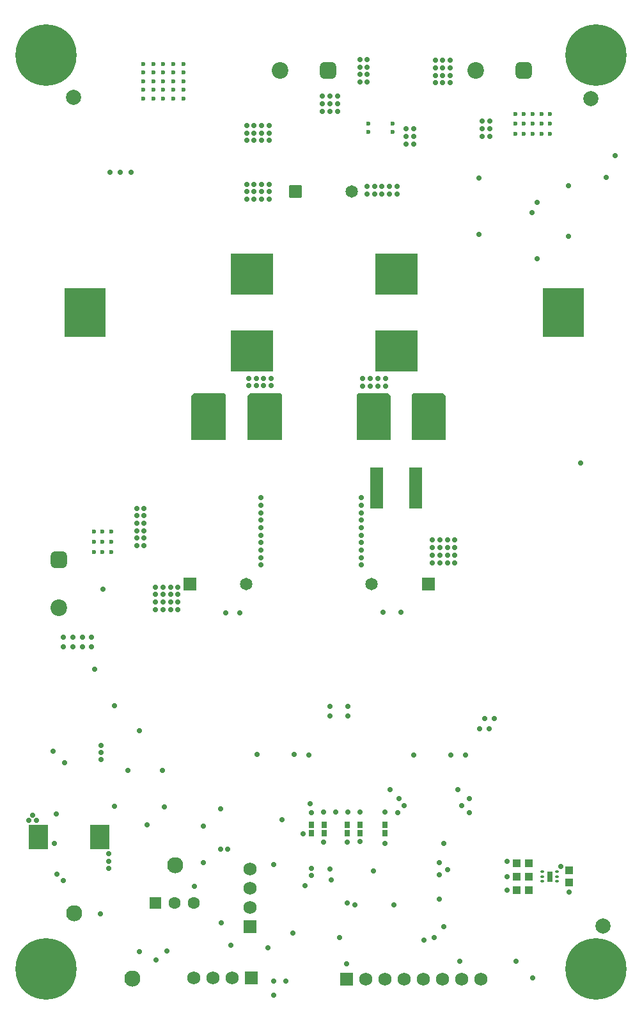
<source format=gts>
G04 This is an RS-274x file exported by *
G04 gerbv version 2.8.0-rc.1~d7f42a *
G04 More information is available about gerbv at *
G04 https://gerbv.github.io/ *
G04 --End of header info--*
%MOIN*%
%FSLAX36Y36*%
%IPPOS*%
G04 --Define apertures--*
%ADD10C,0.0080*%
%ADD11C,0.0060*%
%ADD12C,0.0100*%
%ADD13C,0.0787*%
%ADD14O,0.0236X0.0138*%
%ADD15R,0.0295X0.0571*%
%ADD16R,0.0433X0.0413*%
%ADD17R,0.2240X0.2138*%
%ADD18R,0.2118X0.2539*%
%ADD19R,0.1024X0.1299*%
%ADD20R,0.0276X0.0354*%
%ADD21R,0.0413X0.0433*%
%ADD22R,0.0669X0.2126*%
%ADD23R,0.0650X0.0650*%
%ADD24C,0.0650*%
%ADD25C,0.0866*%
%AMMACRO26*
21,1,0.086610,0.041340,0.000000,0.000000,180.000000*
21,1,0.041340,0.086610,0.000000,0.000000,180.000000*
1,1,0.045280,-0.020670,0.020670*
1,1,0.045280,0.020670,0.020670*
1,1,0.045280,0.020670,-0.020670*
1,1,0.045280,-0.020670,-0.020670*
%
%ADD26MACRO26*%
%AMMACRO27*
21,1,0.086610,0.041340,0.000000,0.000000,270.000000*
21,1,0.041340,0.086610,0.000000,0.000000,270.000000*
1,1,0.045280,-0.020670,-0.020670*
1,1,0.045280,-0.020670,0.020670*
1,1,0.045280,0.020670,0.020670*
1,1,0.045280,0.020670,-0.020670*
%
%ADD27MACRO27*%
%ADD28R,0.0689X0.0689*%
%ADD29C,0.0689*%
%ADD30R,0.0630X0.0630*%
%ADD31C,0.0630*%
%ADD32R,0.0689X0.0689*%
%AMMACRO33*
21,1,0.064960,0.057360,0.000000,0.000000,0.000000*
21,1,0.057360,0.064960,0.000000,0.000000,0.000000*
1,1,0.007600,0.028680,-0.028680*
1,1,0.007600,-0.028680,-0.028680*
1,1,0.007600,-0.028680,0.028680*
1,1,0.007600,0.028680,0.028680*
%
%ADD33MACRO33*%
%ADD34C,0.3189*%
%ADD35C,0.0839*%
%ADD36C,0.0279*%
%ADD37C,0.0236*%
G04 --Start main section--*
G36*
G01X2328150Y5124090D02*
G01X2328150Y4890090D01*
G01X2327150Y4889090D01*
G01X2152150Y4889090D01*
G01X2150150Y4891090D01*
G01X2150150Y5117090D01*
G01X2165150Y5132090D01*
G01X2320150Y5132090D01*
G01X2328150Y5124090D01*
G37*
G36*
G01X2328150Y5124090D02*
G37*
G36*
G01X2622190Y5124000D02*
G01X2622190Y4890000D01*
G01X2621190Y4889000D01*
G01X2446190Y4889000D01*
G01X2444190Y4891000D01*
G01X2444190Y5117000D01*
G01X2459190Y5132000D01*
G01X2614190Y5132000D01*
G01X2622190Y5124000D01*
G37*
G36*
G01X2622190Y5124000D02*
G37*
G36*
G01X3190770Y5117070D02*
G01X3190770Y4891070D01*
G01X3188770Y4889070D01*
G01X3013770Y4889070D01*
G01X3012770Y4890070D01*
G01X3012770Y5124070D01*
G01X3020770Y5132070D01*
G01X3175770Y5132070D01*
G01X3190770Y5117070D01*
G37*
G36*
G01X3190770Y5117070D02*
G37*
G36*
G01X3477730Y5117160D02*
G01X3477730Y4891160D01*
G01X3475730Y4889160D01*
G01X3300730Y4889160D01*
G01X3299730Y4890160D01*
G01X3299730Y5124160D01*
G01X3307730Y5132160D01*
G01X3462730Y5132160D01*
G01X3477730Y5117160D01*
G37*
G36*
G01X3477730Y5117160D02*
G37*
G54D13*
G01X1536190Y6670000D03*
G01X4232190Y6664000D03*
G01X4297190Y2359000D03*
G54D14*
G01X4056090Y2589410D03*
G01X4056090Y2615000D03*
G01X4056090Y2640790D03*
G01X3981290Y2589410D03*
G01X3981290Y2615000D03*
G01X3981290Y2640590D03*
G54D15*
G01X4018690Y2615000D03*
G54D16*
G01X3910190Y2615000D03*
G01X3847200Y2615000D03*
G01X3910190Y2545000D03*
G01X3847200Y2545000D03*
G01X3910190Y2685000D03*
G01X3847200Y2685000D03*
G54D17*
G01X3219700Y5750800D03*
G01X3219700Y5351200D03*
G01X2466680Y5351200D03*
G01X2466680Y5750800D03*
G54D18*
G01X4088800Y5551000D03*
G01X1597580Y5551000D03*
G54D19*
G01X1671590Y2821000D03*
G01X1352690Y2821000D03*
G54D20*
G01X3029920Y2840840D03*
G01X3029920Y2884150D03*
G01X2962920Y2839840D03*
G01X2962920Y2883150D03*
G01X2842190Y2840350D03*
G01X2842190Y2883650D03*
G01X2777690Y2839350D03*
G01X2777690Y2882650D03*
G01X3159420Y2840840D03*
G01X3159420Y2884150D03*
G54D21*
G01X4118690Y2583500D03*
G01X4118690Y2646500D03*
G54D22*
G01X3114830Y4639000D03*
G01X3319550Y4639000D03*
G54D23*
G01X3384830Y4139000D03*
G01X2141910Y4139000D03*
G54D24*
G01X3089550Y4139000D03*
G01X2437190Y4139000D03*
G01X2986830Y6180000D03*
G54D25*
G01X3633190Y6812000D03*
G01X1461190Y4015000D03*
G01X2614190Y6812000D03*
G54D26*
G01X3883190Y6812000D03*
G01X2864190Y6812000D03*
G54D27*
G01X1461190Y4265000D03*
G54D28*
G01X2463190Y2087000D03*
G01X2961190Y2081000D03*
G54D29*
G01X2363190Y2087000D03*
G01X2263190Y2087000D03*
G01X2163190Y2087000D03*
G01X2456190Y2455000D03*
G01X2456190Y2555000D03*
G01X2456190Y2655000D03*
G01X3261190Y2081000D03*
G01X3161190Y2081000D03*
G01X3061190Y2081000D03*
G01X3361190Y2081000D03*
G01X3461190Y2081000D03*
G01X3561190Y2081000D03*
G01X3661190Y2081000D03*
G54D30*
G01X1964140Y2478000D03*
G54D31*
G01X2064140Y2478000D03*
G01X2164140Y2478000D03*
G54D32*
G01X2456190Y2355000D03*
G54D33*
G01X2691550Y6180000D03*
G54D34*
G01X1392190Y2134000D03*
G01X1392190Y6892110D03*
G01X4260540Y6892110D03*
G01X4260540Y2134000D03*
G54D35*
G01X1540000Y2423000D03*
G01X2065190Y2674000D03*
G01X1842000Y2083000D03*
G54D36*
G01X2355190Y2256000D03*
G01X2550190Y2245000D03*
G01X2307190Y2375000D03*
G01X2167190Y2565000D03*
G01X2212190Y2689000D03*
G01X2212190Y2879000D03*
G01X2302190Y2969000D03*
G01X3501190Y6824000D03*
G01X3501190Y6746000D03*
G01X3501190Y6785000D03*
G01X3501190Y6864000D03*
G01X3422190Y6864000D03*
G01X3461190Y6864000D03*
G01X3067190Y6866000D03*
G01X3028190Y6866000D03*
G01X2912190Y6677000D03*
G01X2873190Y6677000D03*
G01X2834190Y6677000D03*
G01X1725690Y6282500D03*
G01X1835690Y6282500D03*
G01X1780690Y6282500D03*
G01X3702500Y3384310D03*
G01X1428190Y3269000D03*
G01X1489330Y3207860D03*
G01X3797690Y2615000D03*
G01X3486490Y2651300D03*
G01X3186190Y3066000D03*
G01X2966190Y3452000D03*
G01X2966190Y3502000D03*
G01X3538190Y3066000D03*
G01X2340190Y2759000D03*
G01X2303190Y2759000D03*
G01X1998190Y3166000D03*
G01X3797680Y2694000D03*
G01X3561190Y2985000D03*
G01X3601190Y3021000D03*
G01X3598190Y2948000D03*
G01X2873190Y3452000D03*
G01X2581190Y1998000D03*
G01X3931190Y2086000D03*
G01X3844190Y2173000D03*
G01X2960650Y2162460D03*
G01X1918190Y2885000D03*
G01X2009190Y2976000D03*
G01X1819190Y3166000D03*
G01X2873190Y3502000D03*
G01X1750190Y3505000D03*
G01X2644140Y2070040D03*
G01X2680050Y2319860D03*
G01X4360190Y6367000D03*
G01X4116190Y6210000D03*
G01X4115190Y5948000D03*
G01X3652500Y3384310D03*
G01X3681190Y3438000D03*
G01X3232190Y3020000D03*
G01X2771190Y2995000D03*
G01X2902920Y2952270D03*
G01X3226190Y2948000D03*
G01X3260190Y2985000D03*
G01X2879830Y2596000D03*
G01X4180190Y4766000D03*
G01X3443190Y2688000D03*
G01X3444190Y2498000D03*
G01X3443190Y2624000D03*
G01X3797690Y2545000D03*
G01X1680140Y3224000D03*
G01X1680140Y3261000D03*
G01X1680140Y3298000D03*
G01X3144190Y6207000D03*
G01X3144190Y6168000D03*
G01X3105190Y6168000D03*
G01X3105190Y6207000D03*
G01X3066190Y6207000D03*
G01X3066190Y6168000D03*
G01X3036190Y4314000D03*
G01X3036190Y4353000D03*
G01X3036190Y4275000D03*
G01X3036190Y4236000D03*
G01X3036190Y4392000D03*
G01X3036190Y4470000D03*
G01X3036190Y4431000D03*
G01X3036190Y4509000D03*
G01X3036190Y4587000D03*
G01X3036190Y4548000D03*
G01X2514190Y4548000D03*
G01X2514190Y4587000D03*
G01X2514190Y4509000D03*
G01X2514190Y4431000D03*
G01X2514190Y4470000D03*
G01X2514190Y4392000D03*
G01X2514190Y4236000D03*
G01X2514190Y4275000D03*
G01X2514190Y4353000D03*
G01X2514190Y4314000D03*
G01X3271190Y6468000D03*
G01X3271190Y6507000D03*
G01X3422190Y6746000D03*
G01X3422190Y6785000D03*
G01X3461190Y6785000D03*
G01X3461190Y6746000D03*
G01X3461190Y6824000D03*
G01X3422190Y6824000D03*
G01X3028190Y6751000D03*
G01X3028190Y6790000D03*
G01X3067190Y6790000D03*
G01X3067190Y6751000D03*
G01X3067190Y6829000D03*
G01X3028190Y6829000D03*
G01X2834190Y6638000D03*
G01X2873190Y6638000D03*
G01X2873190Y6599000D03*
G01X2834190Y6599000D03*
G01X2912190Y6599000D03*
G01X2912190Y6638000D03*
G01X3159920Y2949500D03*
G01X3028920Y2949500D03*
G01X2964920Y2949500D03*
G01X2840190Y2949500D03*
G01X2775190Y2949000D03*
G01X2624190Y2912000D03*
G01X2733190Y2837000D03*
G01X2840190Y2795000D03*
G01X2963190Y2795000D03*
G01X3160190Y2786000D03*
G01X3028190Y2796000D03*
G01X2873650Y2655460D03*
G01X3101190Y2643000D03*
G01X2742190Y2568000D03*
G01X3415190Y2297000D03*
G01X3466190Y2355000D03*
G01X3550190Y2173000D03*
G01X2581150Y2070040D03*
G01X3926180Y6069500D03*
G01X3954190Y5830230D03*
G01X3650190Y5957230D03*
G01X3954190Y6124000D03*
G01X3650190Y6251000D03*
G01X1879190Y3375000D03*
G01X4075690Y2669000D03*
G01X4118690Y2533000D03*
G01X1690190Y4112000D03*
G01X1447140Y2941000D03*
G01X1435140Y2788000D03*
G01X1484070Y2594070D03*
G01X1450130Y2628490D03*
G01X1324140Y2934000D03*
G01X1304140Y2906000D03*
G01X1342140Y2906000D03*
G01X1749140Y2982000D03*
G01X1718140Y2657000D03*
G01X1718140Y2695000D03*
G01X1718140Y2733000D03*
G01X2022140Y2228000D03*
G01X1965140Y2181210D03*
G01X1880120Y2223340D03*
G01X1677300Y2421160D03*
G01X2581190Y2676000D03*
G01X3524190Y4366000D03*
G01X3524190Y4327000D03*
G01X3485190Y4327000D03*
G01X3485190Y4366000D03*
G01X3485190Y4288000D03*
G01X3524190Y4288000D03*
G01X3485190Y4249000D03*
G01X3524190Y4249000D03*
G01X3446190Y4249000D03*
G01X3446190Y4288000D03*
G01X3446190Y4366000D03*
G01X3446190Y4327000D03*
G01X3407190Y4249000D03*
G01X3407190Y4288000D03*
G01X3407190Y4366000D03*
G01X3407190Y4327000D03*
G01X3122700Y5206800D03*
G01X3161700Y5206800D03*
G01X3122700Y5167800D03*
G01X3161700Y5167800D03*
G01X3083700Y5167800D03*
G01X3083700Y5206800D03*
G01X3044700Y5167800D03*
G01X3044700Y5206800D03*
G01X2449190Y5209000D03*
G01X2449190Y5170000D03*
G01X2488190Y5209000D03*
G01X2488190Y5170000D03*
G01X2566190Y5170000D03*
G01X2527190Y5170000D03*
G01X2566190Y5209000D03*
G01X2527190Y5209000D03*
G01X1865190Y4532000D03*
G01X1904190Y4532000D03*
G01X1865190Y4493000D03*
G01X1904190Y4493000D03*
G01X1964190Y4083000D03*
G01X1964190Y4122000D03*
G01X1964190Y4044000D03*
G01X1964190Y4005000D03*
G01X2003190Y4083000D03*
G01X2003190Y4122000D03*
G01X2003190Y4044000D03*
G01X2003190Y4005000D03*
G01X2081190Y4005000D03*
G01X2042190Y4005000D03*
G01X2081190Y4044000D03*
G01X2042190Y4044000D03*
G01X2042190Y4122000D03*
G01X2042190Y4083000D03*
G01X2081190Y4083000D03*
G01X2081190Y4122000D03*
G01X1484190Y3860000D03*
G01X1484190Y3811000D03*
G01X1533190Y3811000D03*
G01X1533190Y3860000D03*
G01X1582190Y3811000D03*
G01X1582190Y3860000D03*
G01X1631190Y3811000D03*
G01X1631190Y3860000D03*
G01X1904190Y4415000D03*
G01X1904190Y4376000D03*
G01X1904190Y4337000D03*
G01X1904190Y4454000D03*
G01X1865190Y4337000D03*
G01X1865190Y4376000D03*
G01X1865190Y4415000D03*
G01X1865190Y4454000D03*
G01X2438190Y6219000D03*
G01X2477190Y6219000D03*
G01X2477190Y6180000D03*
G01X2438190Y6180000D03*
G01X2516190Y6180000D03*
G01X2516190Y6219000D03*
G01X2555190Y6180000D03*
G01X2555190Y6219000D03*
G01X2555190Y6141000D03*
G01X2516190Y6141000D03*
G01X2438190Y6141000D03*
G01X2477190Y6141000D03*
G01X2477190Y6446000D03*
G01X2438190Y6446000D03*
G01X2516190Y6446000D03*
G01X2555190Y6446000D03*
G01X2555190Y6524000D03*
G01X2555190Y6485000D03*
G01X2516190Y6524000D03*
G01X2516190Y6485000D03*
G01X2438190Y6485000D03*
G01X2477190Y6485000D03*
G01X2477190Y6524000D03*
G01X2438190Y6524000D03*
G01X4314010Y6253820D03*
G01X3705190Y6507000D03*
G01X3705190Y6468000D03*
G01X3705190Y6546000D03*
G01X3183190Y6168000D03*
G01X3183190Y6207000D03*
G01X3666190Y6546000D03*
G01X3666190Y6468000D03*
G01X3666190Y6507000D03*
G01X3271190Y6429000D03*
G01X3310190Y6507000D03*
G01X3310190Y6429000D03*
G01X3310190Y6468000D03*
G01X3222190Y6207000D03*
G01X3222190Y6168000D03*
G01X2494210Y3249380D03*
G01X2686200Y3249380D03*
G01X2762170Y3249080D03*
G01X2331190Y3988000D03*
G01X2404190Y3988000D03*
G01X3242910Y3990280D03*
G01X3149910Y3990280D03*
G01X3310960Y3248980D03*
G01X3501950Y3249050D03*
G01X3579460Y3248740D03*
G01X1646190Y3693000D03*
G01X3731190Y3438000D03*
G01X3465190Y2786000D03*
G01X3362190Y2284000D03*
G01X2962190Y2479000D03*
G01X2922190Y2299000D03*
G01X2775190Y2622000D03*
G01X2775190Y2659000D03*
G01X3206320Y2469000D03*
G01X3002190Y2469000D03*
G54D37*
G01X4020250Y6480640D03*
G01X3974980Y6480640D03*
G01X4020250Y6533000D03*
G01X3974980Y6533000D03*
G01X3974980Y6585360D03*
G01X4020250Y6585360D03*
G01X2056910Y6845100D03*
G01X2004550Y6845100D03*
G01X1952190Y6845100D03*
G01X2109280Y6845100D03*
G01X1899830Y6845100D03*
G01X1899830Y6754550D03*
G01X1899830Y6709280D03*
G01X1899830Y6664000D03*
G01X1899830Y6799830D03*
G01X2109280Y6754550D03*
G01X2109280Y6709280D03*
G01X2109280Y6664000D03*
G01X2109280Y6799830D03*
G01X1952190Y6799830D03*
G01X2004550Y6799830D03*
G01X2056910Y6799830D03*
G01X2056910Y6664000D03*
G01X2056910Y6709280D03*
G01X2056910Y6754550D03*
G01X2004550Y6754550D03*
G01X2004550Y6709280D03*
G01X2004550Y6664000D03*
G01X1952190Y6754550D03*
G01X1952190Y6709280D03*
G01X1952190Y6664000D03*
G01X3073190Y6490350D03*
G01X3073190Y6533650D03*
G01X3198190Y6533650D03*
G01X3198190Y6490350D03*
G01X4018690Y2630750D03*
G01X4018690Y2599250D03*
G01X3929700Y6585360D03*
G01X3884420Y6585360D03*
G01X3839150Y6585360D03*
G01X3839150Y6533000D03*
G01X3884420Y6533000D03*
G01X3929700Y6533000D03*
G01X3839150Y6480640D03*
G01X3884420Y6480640D03*
G01X3929700Y6480640D03*
G01X3325530Y5031450D03*
G01X3370800Y5031450D03*
G01X3416080Y5031450D03*
G01X3325530Y4979090D03*
G01X3370800Y4979090D03*
G01X3416080Y4979090D03*
G01X3416080Y4926720D03*
G01X3370800Y4926720D03*
G01X3325530Y4926720D03*
G01X3038570Y5031360D03*
G01X3083840Y5031360D03*
G01X3129120Y5031360D03*
G01X3038570Y4979000D03*
G01X3083840Y4979000D03*
G01X3129120Y4979000D03*
G01X3129120Y4926640D03*
G01X3083840Y4926640D03*
G01X3038570Y4926640D03*
G01X2302350Y4926650D03*
G01X2257080Y4926650D03*
G01X2211800Y4926650D03*
G01X2302350Y4979020D03*
G01X2257080Y4979020D03*
G01X2211800Y4979020D03*
G01X2211800Y5031380D03*
G01X2257080Y5031380D03*
G01X2302350Y5031380D03*
G01X2596390Y5031290D03*
G01X2551120Y5031290D03*
G01X2505840Y5031290D03*
G01X2505840Y4978930D03*
G01X2551120Y4978930D03*
G01X2596390Y4978930D03*
G01X2505840Y4926570D03*
G01X2551120Y4926570D03*
G01X2596390Y4926570D03*
G01X1732190Y4305000D03*
G01X1686910Y4305000D03*
G01X1641640Y4305000D03*
G01X1732190Y4357360D03*
G01X1686910Y4357360D03*
G01X1641640Y4357360D03*
G01X1641640Y4409720D03*
G01X1686910Y4409720D03*
G01X1732190Y4409720D03*
M02*

</source>
